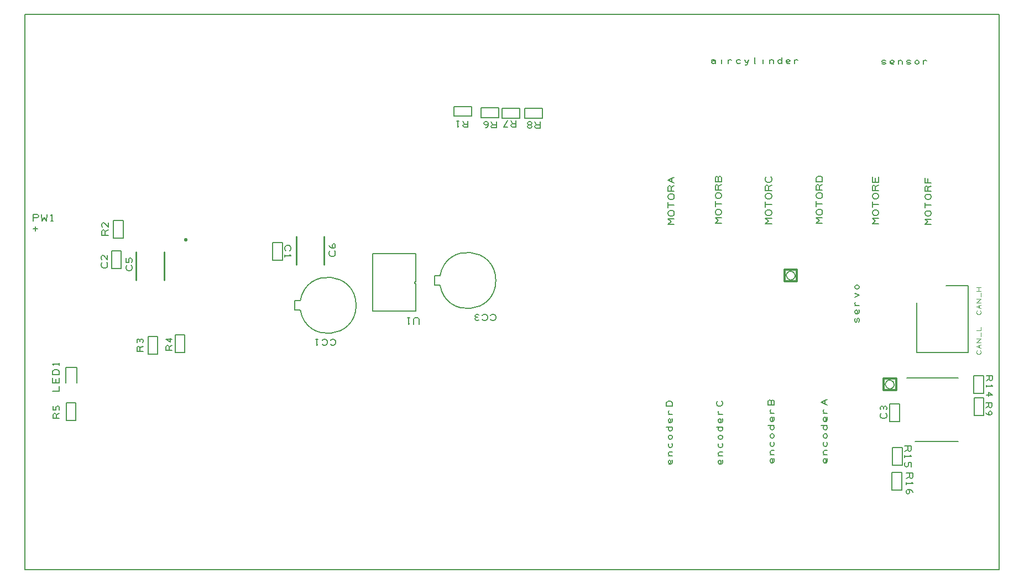
<source format=gto>
G04 EasyPC Gerber Version 21.0.3 Build 4286 *
G04 #@! TF.Part,Single*
G04 #@! TF.FileFunction,Legend,Top *
G04 #@! TF.FilePolarity,Positive *
%FSLAX34Y34*%
%MOIN*%
G04 #@! TA.AperFunction,WasherPad*
%ADD127C,0.02200*%
G04 #@! TD.AperFunction*
%ADD128C,0.00100*%
%ADD13C,0.00500*%
%ADD18C,0.00787*%
%ADD16C,0.01000*%
%ADD77C,0.01496*%
X0Y0D02*
D02*
D13*
X3325Y2679D02*
X62065D01*
Y36191*
X3325*
Y2679*
X3841Y23729D02*
Y24104D01*
X4060*
X4122Y24073*
X4153Y24011*
X4122Y23948*
X4060Y23917*
X3841*
X4341Y24104D02*
X4372Y23729D01*
X4497Y23917*
X4622Y23729*
X4653Y24104*
X4903Y23729D02*
X5028D01*
X4966D02*
Y24104D01*
X4903Y24042*
X3841Y23254D02*
X4091D01*
X3966Y23129D02*
Y23379D01*
X5006Y13447D02*
X5381D01*
Y13759*
Y13947D02*
X5006D01*
Y14259*
X5194Y14197D02*
Y13947D01*
X5381D02*
Y14259D01*
Y14447D02*
X5006D01*
Y14634*
X5037Y14697*
X5069Y14728*
X5131Y14759*
X5256*
X5319Y14728*
X5350Y14697*
X5381Y14634*
Y14447*
Y15009D02*
Y15134D01*
Y15072D02*
X5006D01*
X5069Y15009*
X5413Y11813D02*
X5038D01*
Y12031*
X5069Y12094*
X5131Y12125*
X5194Y12094*
X5225Y12031*
Y11813*
Y12031D02*
X5413Y12125D01*
X5381Y12313D02*
X5413Y12375D01*
Y12469*
X5381Y12531*
X5319Y12563*
X5288*
X5225Y12531*
X5194Y12469*
Y12313*
X5038*
Y12563*
X5820Y12739D02*
Y11673D01*
X6413*
Y12739*
X5820*
X8250Y21206D02*
X8281Y21175D01*
X8312Y21112*
Y21018*
X8281Y20956*
X8250Y20925*
X8187Y20893*
X8062*
X8000Y20925*
X7968Y20956*
X7937Y21018*
Y21112*
X7968Y21175*
X8000Y21206*
X8312Y21643D02*
Y21393D01*
X8093Y21612*
X8031Y21643*
X7968Y21612*
X7937Y21550*
Y21456*
X7968Y21393*
X8347Y22853D02*
X7972D01*
Y23072*
X8003Y23134*
X8065Y23166*
X8128Y23134*
X8159Y23072*
Y22853*
Y23072D02*
X8347Y23166D01*
Y23603D02*
Y23353D01*
X8128Y23572*
X8065Y23603*
X8003Y23572*
X7972Y23509*
Y23416*
X8003Y23353*
X8658Y23741D02*
Y22675D01*
X9252*
Y23741*
X8658*
X9146Y20860D02*
Y21926D01*
X8552*
Y20860*
X9146*
X9737Y21042D02*
X9768Y21010D01*
X9799Y20948*
Y20854*
X9768Y20792*
X9737Y20760*
X9674Y20729*
X9549*
X9487Y20760*
X9456Y20792*
X9424Y20854*
Y20948*
X9456Y21010*
X9487Y21042*
X9768Y21229D02*
X9799Y21292D01*
Y21385*
X9768Y21448*
X9706Y21479*
X9674*
X9612Y21448*
X9581Y21385*
Y21229*
X9424*
Y21479*
X10456Y15848D02*
X10081D01*
Y16067*
X10112Y16129*
X10175Y16161*
X10237Y16129*
X10268Y16067*
Y15848*
Y16067D02*
X10456Y16161D01*
X10425Y16379D02*
X10456Y16442D01*
Y16504*
X10425Y16567*
X10362Y16598*
X10300Y16567*
X10268Y16504*
Y16442*
Y16504D02*
X10237Y16567D01*
X10175Y16598*
X10112Y16567*
X10081Y16504*
Y16442*
X10112Y16379*
X10753Y16763D02*
Y15697D01*
X11346*
Y16763*
X10753*
X12207Y15909D02*
X11832D01*
Y16128*
X11863Y16190*
X11926Y16222*
X11988Y16190*
X12019Y16128*
Y15909*
Y16128D02*
X12207Y16222D01*
Y16565D02*
X11832D01*
X12082Y16409*
Y16659*
X12387Y16838D02*
Y15772D01*
X12980*
Y16838*
X12387*
X18257Y22418D02*
Y21351D01*
X18850*
Y22418*
X18257*
X19061Y21923D02*
X19030Y21955D01*
X18999Y22017*
Y22111*
X19030Y22173*
X19061Y22205*
X19124Y22236*
X19249*
X19311Y22205*
X19342Y22173*
X19374Y22111*
Y22017*
X19342Y21955*
X19311Y21923*
X18999Y21673D02*
Y21548D01*
Y21611D02*
X19374D01*
X19311Y21673*
X19937Y18334D02*
G75*
G03Y18922I1668J294D01*
G01*
X19605*
Y18334*
X19937*
X21752Y16528D02*
X21783Y16559D01*
X21846Y16590*
X21939*
X22002Y16559*
X22033Y16528*
X22064Y16465*
Y16340*
X22033Y16278*
X22002Y16246*
X21939Y16215*
X21846*
X21783Y16246*
X21752Y16278*
X21252Y16528D02*
X21283Y16559D01*
X21346Y16590*
X21439*
X21502Y16559*
X21533Y16528*
X21564Y16465*
Y16340*
X21533Y16278*
X21502Y16246*
X21439Y16215*
X21346*
X21283Y16246*
X21252Y16278*
X21002Y16590D02*
X20877D01*
X20939D02*
Y16215D01*
X21002Y16278*
X21984Y21902D02*
X22015Y21871D01*
X22046Y21808*
Y21714*
X22015Y21652*
X21984Y21621*
X21921Y21589*
X21796*
X21734Y21621*
X21703Y21652*
X21671Y21714*
Y21808*
X21703Y21871*
X21734Y21902*
X21953Y22089D02*
X21890Y22121D01*
X21859Y22183*
Y22246*
X21890Y22308*
X21953Y22339*
X22015Y22308*
X22046Y22246*
Y22183*
X22015Y22121*
X21953Y22089*
X21859*
X21765Y22121*
X21703Y22183*
X21671Y22246*
X26893Y18280D02*
X24295D01*
Y21745*
X26893*
Y20062*
X26844*
Y19963*
X26893*
Y18280*
X27090Y17498D02*
Y17779D01*
X27059Y17841*
X26996Y17873*
X26871*
X26809Y17841*
X26777Y17779*
Y17498*
X26527Y17873D02*
X26402D01*
X26465D02*
Y17498D01*
X26527Y17560*
X28360Y19833D02*
G75*
G03Y20421I1668J294D01*
G01*
X28028*
Y19833*
X28360*
X30046Y29747D02*
Y29372D01*
X29827*
X29764Y29403*
X29733Y29465*
X29764Y29528*
X29827Y29559*
X30046*
X29827D02*
X29733Y29747D01*
X29483D02*
X29358D01*
X29421D02*
Y29372D01*
X29483Y29434*
X30256Y30625D02*
X29190D01*
Y30032*
X30256*
Y30625*
X31409Y18027D02*
X31440Y18058D01*
X31503Y18089*
X31597*
X31659Y18058*
X31690Y18027*
X31722Y17964*
Y17839*
X31690Y17777*
X31659Y17745*
X31597Y17714*
X31503*
X31440Y17745*
X31409Y17777*
X30909Y18027D02*
X30940Y18058D01*
X31003Y18089*
X31097*
X31159Y18058*
X31190Y18027*
X31222Y17964*
Y17839*
X31190Y17777*
X31159Y17745*
X31097Y17714*
X31003*
X30940Y17745*
X30909Y17777*
X30690Y18058D02*
X30628Y18089D01*
X30565*
X30503Y18058*
X30472Y17995*
X30503Y17933*
X30565Y17902*
X30628*
X30565D02*
X30503Y17870D01*
X30472Y17808*
X30503Y17745*
X30565Y17714*
X30628*
X30690Y17745*
X31750Y29707D02*
Y29332D01*
X31532*
X31469Y29363*
X31438Y29426*
X31469Y29488*
X31532Y29520*
X31750*
X31532D02*
X31438Y29707D01*
X31250Y29613D02*
X31219Y29551D01*
X31157Y29520*
X31094*
X31032Y29551*
X31000Y29613*
X31032Y29676*
X31094Y29707*
X31157*
X31219Y29676*
X31250Y29613*
Y29520*
X31219Y29426*
X31157Y29363*
X31094Y29332*
X31898Y30554D02*
X30831D01*
Y29961*
X31898*
Y30554*
X32083Y29914D02*
X33150D01*
Y30507*
X32083*
Y29914*
X32939Y29770D02*
Y29395D01*
X32721*
X32658Y29426*
X32627Y29489*
X32658Y29551*
X32721Y29583*
X32939*
X32721D02*
X32627Y29770D01*
X32439D02*
X32189Y29395D01*
X32439*
X34392Y29699D02*
Y29324D01*
X34173*
X34111Y29356*
X34080Y29418*
X34111Y29481*
X34173Y29512*
X34392*
X34173D02*
X34080Y29699D01*
X33798Y29512D02*
X33736D01*
X33673Y29481*
X33642Y29418*
X33673Y29356*
X33736Y29324*
X33798*
X33861Y29356*
X33892Y29418*
X33861Y29481*
X33798Y29512*
X33861Y29543*
X33892Y29606*
X33861Y29668*
X33798Y29699*
X33736*
X33673Y29668*
X33642Y29606*
X33673Y29543*
X33736Y29512*
X34528Y30507D02*
X33461D01*
Y29914*
X34528*
Y30507*
X42335Y9298D02*
X42366Y9267D01*
Y9204*
Y9142*
X42335Y9079*
X42272Y9048*
X42179*
X42147Y9079*
X42116Y9142*
Y9204*
X42147Y9267*
X42179Y9298*
X42210*
X42241Y9267*
X42272Y9204*
Y9142*
X42241Y9079*
X42210Y9048*
X42366Y9548D02*
X42116D01*
X42210D02*
X42147Y9579D01*
X42116Y9642*
Y9704*
X42147Y9767*
X42210Y9798*
X42366*
X42147Y10298D02*
X42116Y10235D01*
Y10142*
X42147Y10079*
X42210Y10048*
X42272*
X42335Y10079*
X42366Y10142*
Y10235*
X42335Y10298*
X42272Y10548D02*
X42335Y10579D01*
X42366Y10642*
Y10704*
X42335Y10767*
X42272Y10798*
X42210*
X42147Y10767*
X42116Y10704*
Y10642*
X42147Y10579*
X42210Y10548*
X42272*
X42210Y11298D02*
X42147Y11267D01*
X42116Y11204*
Y11142*
X42147Y11079*
X42210Y11048*
X42272*
X42335Y11079*
X42366Y11142*
Y11204*
X42335Y11267*
X42272Y11298*
X42366D02*
X41991D01*
X42335Y11798D02*
X42366Y11767D01*
Y11704*
Y11642*
X42335Y11579*
X42272Y11548*
X42179*
X42147Y11579*
X42116Y11642*
Y11704*
X42147Y11767*
X42179Y11798*
X42210*
X42241Y11767*
X42272Y11704*
Y11642*
X42241Y11579*
X42210Y11548*
X42366Y12048D02*
X42116D01*
X42210D02*
X42147Y12079D01*
X42116Y12142*
Y12204*
X42147Y12267*
X42366Y12548D02*
X41991D01*
Y12735*
X42022Y12798*
X42054Y12829*
X42116Y12860*
X42241*
X42304Y12829*
X42335Y12798*
X42366Y12735*
Y12548*
X42479Y23529D02*
X42104D01*
X42292Y23686*
X42104Y23842*
X42479*
X42354Y24029D02*
X42229D01*
X42167Y24061*
X42136Y24092*
X42104Y24154*
Y24217*
X42136Y24279*
X42167Y24311*
X42229Y24342*
X42354*
X42417Y24311*
X42448Y24279*
X42479Y24217*
Y24154*
X42448Y24092*
X42417Y24061*
X42354Y24029*
X42479Y24686D02*
X42104D01*
Y24529D02*
Y24842D01*
X42354Y25029D02*
X42229D01*
X42167Y25061*
X42136Y25092*
X42104Y25154*
Y25217*
X42136Y25279*
X42167Y25311*
X42229Y25342*
X42354*
X42417Y25311*
X42448Y25279*
X42479Y25217*
Y25154*
X42448Y25092*
X42417Y25061*
X42354Y25029*
X42479Y25529D02*
X42104D01*
Y25748*
X42136Y25811*
X42198Y25842*
X42261Y25811*
X42292Y25748*
Y25529*
Y25748D02*
X42479Y25842D01*
Y26029D02*
X42104Y26186D01*
X42479Y26342*
X42323Y26092D02*
Y26279D01*
X44715Y33431D02*
X44778Y33463D01*
X44872*
X44934Y33431*
X44965Y33369*
Y33275*
X44934Y33244*
X44872Y33213*
X44809*
X44747Y33244*
X44715Y33275*
Y33306*
X44747Y33338*
X44809Y33369*
X44872*
X44934Y33338*
X44965Y33306*
Y33275D02*
Y33213D01*
X45340D02*
Y33463D01*
Y33556D02*
X45715Y33213*
Y33463D01*
Y33369D02*
X45747Y33431D01*
X45809Y33463*
X45872*
X45934Y33431*
X46465D02*
X46403Y33463D01*
X46309*
X46247Y33431*
X46215Y33369*
Y33306*
X46247Y33244*
X46309Y33213*
X46403*
X46465Y33244*
X46715Y33463D02*
X46747Y33338D01*
X46809Y33275*
X46872*
X46934Y33338*
X46965Y33463*
X46934Y33338D02*
X46903Y33213D01*
X46872Y33150*
X46809Y33119*
X46747Y33150*
X47372Y33213D02*
X47340D01*
Y33588*
X47840Y33213D02*
Y33463D01*
Y33556D02*
X48215Y33213*
Y33463D01*
Y33369D02*
X48247Y33431D01*
X48309Y33463*
X48372*
X48434Y33431*
X48465Y33369*
Y33213*
X48965Y33369D02*
X48934Y33431D01*
X48872Y33463*
X48809*
X48747Y33431*
X48715Y33369*
Y33306*
X48747Y33244*
X48809Y33213*
X48872*
X48934Y33244*
X48965Y33306*
Y33213D02*
Y33588D01*
X49465Y33244D02*
X49434Y33213D01*
X49372*
X49309*
X49247Y33244*
X49215Y33306*
Y33400*
X49247Y33431*
X49309Y33463*
X49372*
X49434Y33431*
X49465Y33400*
Y33369*
X49434Y33338*
X49372Y33306*
X49309*
X49247Y33338*
X49215Y33369*
X49715Y33213D02*
Y33463D01*
Y33369D02*
X49747Y33431D01*
X49809Y33463*
X49872*
X49934Y33431*
X45326Y23590D02*
X44951D01*
X45138Y23747*
X44951Y23903*
X45326*
X45201Y24090D02*
X45076D01*
X45013Y24122*
X44982Y24153*
X44951Y24215*
Y24278*
X44982Y24340*
X45013Y24372*
X45076Y24403*
X45201*
X45263Y24372*
X45295Y24340*
X45326Y24278*
Y24215*
X45295Y24153*
X45263Y24122*
X45201Y24090*
X45326Y24747D02*
X44951D01*
Y24590D02*
Y24903D01*
X45201Y25090D02*
X45076D01*
X45013Y25122*
X44982Y25153*
X44951Y25215*
Y25278*
X44982Y25340*
X45013Y25372*
X45076Y25403*
X45201*
X45263Y25372*
X45295Y25340*
X45326Y25278*
Y25215*
X45295Y25153*
X45263Y25122*
X45201Y25090*
X45326Y25590D02*
X44951D01*
Y25809*
X44982Y25872*
X45045Y25903*
X45107Y25872*
X45138Y25809*
Y25590*
Y25809D02*
X45326Y25903D01*
X45138Y26309D02*
X45170Y26372D01*
X45232Y26403*
X45295Y26372*
X45326Y26309*
Y26090*
X44951*
Y26309*
X44982Y26372*
X45045Y26403*
X45107Y26372*
X45138Y26309*
Y26090*
X45362Y9294D02*
X45393Y9263D01*
Y9200*
Y9138*
X45362Y9075*
X45299Y9044*
X45205*
X45174Y9075*
X45143Y9138*
Y9200*
X45174Y9263*
X45205Y9294*
X45237*
X45268Y9263*
X45299Y9200*
Y9138*
X45268Y9075*
X45237Y9044*
X45393Y9544D02*
X45143D01*
X45237D02*
X45174Y9575D01*
X45143Y9638*
Y9700*
X45174Y9763*
X45237Y9794*
X45393*
X45174Y10294D02*
X45143Y10232D01*
Y10138*
X45174Y10075*
X45237Y10044*
X45299*
X45362Y10075*
X45393Y10138*
Y10232*
X45362Y10294*
X45299Y10544D02*
X45362Y10575D01*
X45393Y10638*
Y10700*
X45362Y10763*
X45299Y10794*
X45237*
X45174Y10763*
X45143Y10700*
Y10638*
X45174Y10575*
X45237Y10544*
X45299*
X45237Y11294D02*
X45174Y11263D01*
X45143Y11200*
Y11138*
X45174Y11075*
X45237Y11044*
X45299*
X45362Y11075*
X45393Y11138*
Y11200*
X45362Y11263*
X45299Y11294*
X45393D02*
X45018D01*
X45362Y11794D02*
X45393Y11763D01*
Y11700*
Y11638*
X45362Y11575*
X45299Y11544*
X45205*
X45174Y11575*
X45143Y11638*
Y11700*
X45174Y11763*
X45205Y11794*
X45237*
X45268Y11763*
X45299Y11700*
Y11638*
X45268Y11575*
X45237Y11544*
X45393Y12044D02*
X45143D01*
X45237D02*
X45174Y12075D01*
X45143Y12138*
Y12200*
X45174Y12263*
X45330Y12857D02*
X45362Y12825D01*
X45393Y12763*
Y12669*
X45362Y12607*
X45330Y12575*
X45268Y12544*
X45143*
X45080Y12575*
X45049Y12607*
X45018Y12669*
Y12763*
X45049Y12825*
X45080Y12857*
X48353Y23553D02*
X47978D01*
X48166Y23709*
X47978Y23865*
X48353*
X48228Y24053D02*
X48103D01*
X48041Y24084*
X48010Y24115*
X47978Y24178*
Y24240*
X48010Y24303*
X48041Y24334*
X48103Y24365*
X48228*
X48291Y24334*
X48322Y24303*
X48353Y24240*
Y24178*
X48322Y24115*
X48291Y24084*
X48228Y24053*
X48353Y24709D02*
X47978D01*
Y24553D02*
Y24865D01*
X48228Y25053D02*
X48103D01*
X48041Y25084*
X48010Y25115*
X47978Y25178*
Y25240*
X48010Y25303*
X48041Y25334*
X48103Y25365*
X48228*
X48291Y25334*
X48322Y25303*
X48353Y25240*
Y25178*
X48322Y25115*
X48291Y25084*
X48228Y25053*
X48353Y25553D02*
X47978D01*
Y25772*
X48010Y25834*
X48072Y25865*
X48135Y25834*
X48166Y25772*
Y25553*
Y25772D02*
X48353Y25865D01*
X48291Y26365D02*
X48322Y26334D01*
X48353Y26272*
Y26178*
X48322Y26115*
X48291Y26084*
X48228Y26053*
X48103*
X48041Y26084*
X48010Y26115*
X47978Y26178*
Y26272*
X48010Y26334*
X48041Y26365*
X48476Y9367D02*
X48507Y9336D01*
Y9273*
Y9211*
X48476Y9148*
X48413Y9117*
X48319*
X48288Y9148*
X48257Y9211*
Y9273*
X48288Y9336*
X48319Y9367*
X48351*
X48382Y9336*
X48413Y9273*
Y9211*
X48382Y9148*
X48351Y9117*
X48507Y9617D02*
X48257D01*
X48351D02*
X48288Y9648D01*
X48257Y9711*
Y9773*
X48288Y9836*
X48351Y9867*
X48507*
X48288Y10367D02*
X48257Y10304D01*
Y10211*
X48288Y10148*
X48351Y10117*
X48413*
X48476Y10148*
X48507Y10211*
Y10304*
X48476Y10367*
X48413Y10617D02*
X48476Y10648D01*
X48507Y10711*
Y10773*
X48476Y10836*
X48413Y10867*
X48351*
X48288Y10836*
X48257Y10773*
Y10711*
X48288Y10648*
X48351Y10617*
X48413*
X48351Y11367D02*
X48288Y11336D01*
X48257Y11273*
Y11211*
X48288Y11148*
X48351Y11117*
X48413*
X48476Y11148*
X48507Y11211*
Y11273*
X48476Y11336*
X48413Y11367*
X48507D02*
X48132D01*
X48476Y11867D02*
X48507Y11836D01*
Y11773*
Y11711*
X48476Y11648*
X48413Y11617*
X48319*
X48288Y11648*
X48257Y11711*
Y11773*
X48288Y11836*
X48319Y11867*
X48351*
X48382Y11836*
X48413Y11773*
Y11711*
X48382Y11648*
X48351Y11617*
X48507Y12117D02*
X48257D01*
X48351D02*
X48288Y12148D01*
X48257Y12211*
Y12273*
X48288Y12336*
X48319Y12836D02*
X48351Y12898D01*
X48413Y12929*
X48476Y12898*
X48507Y12836*
Y12617*
X48132*
Y12836*
X48163Y12898*
X48226Y12929*
X48288Y12898*
X48319Y12836*
Y12617*
X49313Y20612D02*
G75*
G03X49687Y20238I187J-187D01*
G01*
G75*
G03X49313Y20612I-187J187*
G01*
X51413Y23590D02*
X51038D01*
X51225Y23747*
X51038Y23903*
X51413*
X51288Y24090D02*
X51163D01*
X51100Y24122*
X51069Y24153*
X51038Y24215*
Y24278*
X51069Y24340*
X51100Y24372*
X51163Y24403*
X51288*
X51350Y24372*
X51381Y24340*
X51413Y24278*
Y24215*
X51381Y24153*
X51350Y24122*
X51288Y24090*
X51413Y24747D02*
X51038D01*
Y24590D02*
Y24903D01*
X51288Y25090D02*
X51163D01*
X51100Y25122*
X51069Y25153*
X51038Y25215*
Y25278*
X51069Y25340*
X51100Y25372*
X51163Y25403*
X51288*
X51350Y25372*
X51381Y25340*
X51413Y25278*
Y25215*
X51381Y25153*
X51350Y25122*
X51288Y25090*
X51413Y25590D02*
X51038D01*
Y25809*
X51069Y25872*
X51131Y25903*
X51194Y25872*
X51225Y25809*
Y25590*
Y25809D02*
X51413Y25903D01*
Y26090D02*
X51038D01*
Y26278*
X51069Y26340*
X51100Y26372*
X51163Y26403*
X51288*
X51350Y26372*
X51381Y26340*
X51413Y26278*
Y26090*
X51677Y9373D02*
X51708Y9341D01*
Y9279*
Y9216*
X51677Y9154*
X51614Y9123*
X51520*
X51489Y9154*
X51458Y9216*
Y9279*
X51489Y9341*
X51520Y9373*
X51552*
X51583Y9341*
X51614Y9279*
Y9216*
X51583Y9154*
X51552Y9123*
X51708Y9623D02*
X51458D01*
X51552D02*
X51489Y9654D01*
X51458Y9716*
Y9779*
X51489Y9841*
X51552Y9873*
X51708*
X51489Y10373D02*
X51458Y10310D01*
Y10216*
X51489Y10154*
X51552Y10123*
X51614*
X51677Y10154*
X51708Y10216*
Y10310*
X51677Y10373*
X51614Y10623D02*
X51677Y10654D01*
X51708Y10716*
Y10779*
X51677Y10841*
X51614Y10873*
X51552*
X51489Y10841*
X51458Y10779*
Y10716*
X51489Y10654*
X51552Y10623*
X51614*
X51552Y11373D02*
X51489Y11341D01*
X51458Y11279*
Y11216*
X51489Y11154*
X51552Y11123*
X51614*
X51677Y11154*
X51708Y11216*
Y11279*
X51677Y11341*
X51614Y11373*
X51708D02*
X51333D01*
X51677Y11873D02*
X51708Y11841D01*
Y11779*
Y11716*
X51677Y11654*
X51614Y11623*
X51520*
X51489Y11654*
X51458Y11716*
Y11779*
X51489Y11841*
X51520Y11873*
X51552*
X51583Y11841*
X51614Y11779*
Y11716*
X51583Y11654*
X51552Y11623*
X51708Y12123D02*
X51458D01*
X51552D02*
X51489Y12154D01*
X51458Y12216*
Y12279*
X51489Y12341*
X51708Y12623D02*
X51333Y12779D01*
X51708Y12935*
X51552Y12685D02*
Y12873D01*
X53585Y17608D02*
X53616Y17671D01*
Y17796*
X53585Y17858*
X53522*
X53491Y17796*
Y17671*
X53460Y17608*
X53397*
X53366Y17671*
Y17796*
X53397Y17858*
X53585Y18358D02*
X53616Y18327D01*
Y18264*
Y18202*
X53585Y18139*
X53522Y18108*
X53429*
X53397Y18139*
X53366Y18202*
Y18264*
X53397Y18327*
X53429Y18358*
X53460*
X53491Y18327*
X53522Y18264*
Y18202*
X53491Y18139*
X53460Y18108*
X53616Y18608D02*
X53366D01*
X53460D02*
X53397Y18639D01*
X53366Y18702*
Y18764*
X53397Y18827*
X53366Y19108D02*
X53616Y19233D01*
X53366Y19358*
X53522Y19608D02*
X53585Y19639D01*
X53616Y19702*
Y19764*
X53585Y19827*
X53522Y19858*
X53460*
X53397Y19827*
X53366Y19764*
Y19702*
X53397Y19639*
X53460Y19608*
X53522*
X54794Y23553D02*
X54419D01*
X54607Y23709*
X54419Y23865*
X54794*
X54669Y24053D02*
X54544D01*
X54482Y24084*
X54451Y24115*
X54419Y24178*
Y24240*
X54451Y24303*
X54482Y24334*
X54544Y24365*
X54669*
X54732Y24334*
X54763Y24303*
X54794Y24240*
Y24178*
X54763Y24115*
X54732Y24084*
X54669Y24053*
X54794Y24709D02*
X54419D01*
Y24553D02*
Y24865D01*
X54669Y25053D02*
X54544D01*
X54482Y25084*
X54451Y25115*
X54419Y25178*
Y25240*
X54451Y25303*
X54482Y25334*
X54544Y25365*
X54669*
X54732Y25334*
X54763Y25303*
X54794Y25240*
Y25178*
X54763Y25115*
X54732Y25084*
X54669Y25053*
X54794Y25553D02*
X54419D01*
Y25772*
X54451Y25834*
X54513Y25865*
X54576Y25834*
X54607Y25772*
Y25553*
Y25772D02*
X54794Y25865D01*
Y26053D02*
X54419D01*
Y26365*
X54607Y26303D02*
Y26053D01*
X54794D02*
Y26365D01*
X54988Y33199D02*
X55050Y33168D01*
X55175*
X55238Y33199*
Y33261*
X55175Y33293*
X55050*
X54988Y33324*
Y33386*
X55050Y33418*
X55175*
X55238Y33386*
X55738Y33199D02*
X55707Y33168D01*
X55644*
X55582*
X55519Y33199*
X55488Y33261*
Y33355*
X55519Y33386*
X55582Y33418*
X55644*
X55707Y33386*
X55738Y33355*
Y33324*
X55707Y33293*
X55644Y33261*
X55582*
X55519Y33293*
X55488Y33324*
X55988Y33168D02*
Y33418D01*
Y33324D02*
X56019Y33386D01*
X56082Y33418*
X56144*
X56207Y33386*
X56238Y33324*
Y33168*
X56488Y33199D02*
X56550Y33168D01*
X56675*
X56738Y33199*
Y33261*
X56675Y33293*
X56550*
X56488Y33324*
Y33386*
X56550Y33418*
X56675*
X56738Y33386*
X56988Y33261D02*
X57019Y33199D01*
X57082Y33168*
X57144*
X57207Y33199*
X57238Y33261*
Y33324*
X57207Y33386*
X57144Y33418*
X57082*
X57019Y33386*
X56988Y33324*
Y33261*
X57488Y33168D02*
Y33418D01*
Y33324D02*
X57519Y33386D01*
X57582Y33418*
X57644*
X57707Y33386*
X55286Y14041D02*
G75*
G03X55660Y13667I187J-187D01*
G01*
G75*
G03X55286Y14041I-187J187*
G01*
X55219Y12113D02*
X55250Y12082D01*
X55282Y12020*
Y11926*
X55250Y11863*
X55219Y11832*
X55157Y11801*
X55032*
X54969Y11832*
X54938Y11863*
X54907Y11926*
Y12020*
X54938Y12082*
X54969Y12113*
X55250Y12332D02*
X55282Y12395D01*
Y12457*
X55250Y12520*
X55188Y12551*
X55125Y12520*
X55094Y12457*
Y12395*
Y12457D02*
X55063Y12520D01*
X55000Y12551*
X54938Y12520*
X54907Y12457*
Y12395*
X54938Y12332*
X55602Y8555D02*
Y7489D01*
X56196*
Y8555*
X55602*
X55625Y10039D02*
Y8973D01*
X56218*
Y10039*
X55625*
X56052Y11629D02*
Y12695D01*
X55458*
Y11629*
X56052*
X56372Y10139D02*
X56747D01*
Y9920*
X56715Y9857*
X56653Y9826*
X56590Y9857*
X56559Y9920*
Y10139*
Y9920D02*
X56372Y9826D01*
Y9576D02*
Y9451D01*
Y9514D02*
X56747D01*
X56684Y9576*
X56403Y9139D02*
X56372Y9076D01*
Y8982*
X56403Y8920*
X56465Y8889*
X56497*
X56559Y8920*
X56590Y8982*
Y9139*
X56747*
Y8889*
X56472Y8507D02*
X56847D01*
Y8288*
X56816Y8225*
X56753Y8194*
X56691Y8225*
X56660Y8288*
Y8507*
Y8288D02*
X56472Y8194D01*
Y7944D02*
Y7819D01*
Y7882D02*
X56847D01*
X56785Y7944*
X56566Y7507D02*
X56628Y7475D01*
X56660Y7413*
Y7350*
X56628Y7288*
X56566Y7257*
X56503Y7288*
X56472Y7350*
Y7413*
X56503Y7475*
X56566Y7507*
X56660*
X56753Y7475*
X56816Y7413*
X56847Y7350*
X57964Y23518D02*
X57589D01*
X57776Y23675*
X57589Y23831*
X57964*
X57839Y24018D02*
X57714D01*
X57651Y24050*
X57620Y24081*
X57589Y24143*
Y24206*
X57620Y24268*
X57651Y24300*
X57714Y24331*
X57839*
X57901Y24300*
X57932Y24268*
X57964Y24206*
Y24143*
X57932Y24081*
X57901Y24050*
X57839Y24018*
X57964Y24675D02*
X57589D01*
Y24518D02*
Y24831D01*
X57839Y25018D02*
X57714D01*
X57651Y25050*
X57620Y25081*
X57589Y25143*
Y25206*
X57620Y25268*
X57651Y25300*
X57714Y25331*
X57839*
X57901Y25300*
X57932Y25268*
X57964Y25206*
Y25143*
X57932Y25081*
X57901Y25050*
X57839Y25018*
X57964Y25518D02*
X57589D01*
Y25737*
X57620Y25800*
X57682Y25831*
X57745Y25800*
X57776Y25737*
Y25518*
Y25737D02*
X57964Y25831D01*
Y26018D02*
X57589D01*
Y26331*
X57776Y26268D02*
Y26018D01*
X60552Y13039D02*
Y11973D01*
X61146*
Y13039*
X60552*
X61114Y13303D02*
Y14369D01*
X60520*
Y13303*
X61114*
X61254Y12754D02*
X61629D01*
Y12535*
X61597Y12472*
X61535Y12441*
X61472Y12472*
X61441Y12535*
Y12754*
Y12535D02*
X61254Y12441D01*
Y12160D02*
X61285Y12097D01*
X61347Y12035*
X61441Y12004*
X61535*
X61597Y12035*
X61629Y12097*
Y12160*
X61597Y12222*
X61535Y12254*
X61472Y12222*
X61441Y12160*
Y12097*
X61472Y12035*
X61535Y12004*
X61289Y14388D02*
X61664D01*
Y14169*
X61633Y14106*
X61570Y14075*
X61508Y14106*
X61476Y14169*
Y14388*
Y14169D02*
X61289Y14075D01*
Y13825D02*
Y13700D01*
Y13763D02*
X61664D01*
X61601Y13825*
X61289Y13231D02*
X61664D01*
X61414Y13388*
Y13138*
D02*
D16*
X10022Y20163D02*
Y21856D01*
X11715D02*
Y20163D01*
X19687Y21080D02*
Y22773D01*
X21380D02*
Y21080D01*
D02*
D18*
X6457Y13935D02*
Y14870D01*
X5807*
Y13935*
X56498Y14258D02*
X59589D01*
X56991Y10415D02*
X59589D01*
X57089Y18772D02*
Y15772D01*
X60199*
Y19812*
X58861*
D02*
D77*
X49128Y20088D02*
X49876D01*
Y20789*
X49128*
Y20088*
X55105Y13510D02*
X55853D01*
Y14210*
X55105*
Y13510*
D02*
D127*
X13034Y22569D03*
D02*
D128*
X60919Y15906D02*
X60941Y15884D01*
X60963Y15840*
Y15773*
X60941Y15729*
X60919Y15707*
X60875Y15685*
X60786*
X60742Y15707*
X60720Y15729*
X60698Y15773*
Y15840*
X60720Y15884*
X60742Y15906*
X60963Y16039D02*
X60698Y16150D01*
X60963Y16261*
X60853Y16083D02*
Y16216D01*
X60963Y16393D02*
X60698D01*
X60963Y16615*
X60698*
X60963Y16748D02*
Y16969D01*
X60698Y17102D02*
X60963D01*
Y17324*
X60919Y18302D02*
X60941Y18280D01*
X60963Y18235*
Y18169*
X60941Y18125*
X60919Y18103*
X60875Y18080*
X60786*
X60742Y18103*
X60720Y18125*
X60698Y18169*
Y18235*
X60720Y18280*
X60742Y18302*
X60963Y18435D02*
X60698Y18546D01*
X60963Y18656*
X60853Y18479D02*
Y18612D01*
X60963Y18789D02*
X60698D01*
X60963Y19011*
X60698*
X60963Y19143D02*
Y19365D01*
Y19498D02*
X60698D01*
X60831D02*
Y19719D01*
X60963D02*
X60698D01*
X0Y0D02*
M02*

</source>
